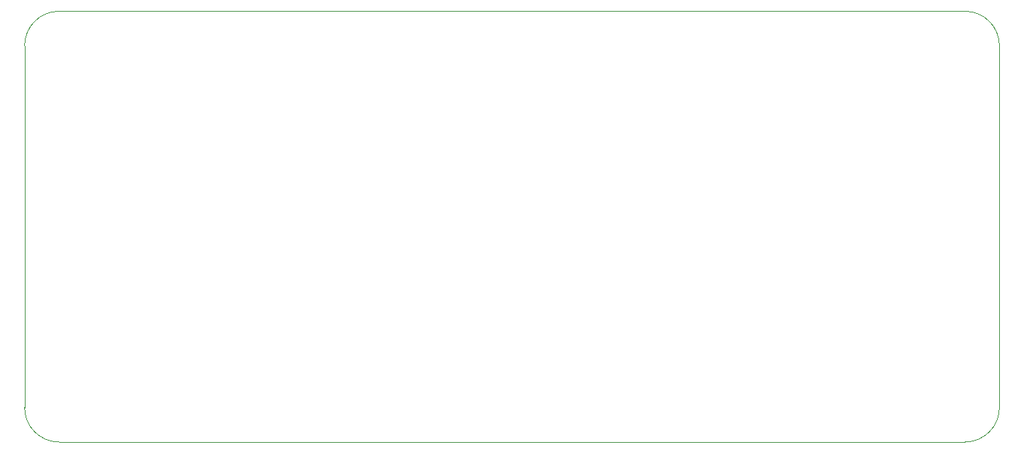
<source format=gbr>
%TF.GenerationSoftware,KiCad,Pcbnew,9.0.1*%
%TF.CreationDate,2025-04-07T11:22:38-03:00*%
%TF.ProjectId,Proyecto integrador 1.1,50726f79-6563-4746-9f20-696e74656772,rev?*%
%TF.SameCoordinates,Original*%
%TF.FileFunction,Profile,NP*%
%FSLAX46Y46*%
G04 Gerber Fmt 4.6, Leading zero omitted, Abs format (unit mm)*
G04 Created by KiCad (PCBNEW 9.0.1) date 2025-04-07 11:22:38*
%MOMM*%
%LPD*%
G01*
G04 APERTURE LIST*
%TA.AperFunction,Profile*%
%ADD10C,0.050000*%
%TD*%
G04 APERTURE END LIST*
D10*
X204000000Y-111000000D02*
G75*
G02*
X200000000Y-115000000I-4000000J0D01*
G01*
X95000000Y-115000000D02*
G75*
G02*
X91000000Y-111000000I0J4000000D01*
G01*
X91000000Y-111000000D02*
X91000000Y-69000000D01*
X204000000Y-111000000D02*
X204000000Y-69000000D01*
X91000000Y-69000000D02*
G75*
G02*
X95000000Y-65000000I4000000J0D01*
G01*
X95000000Y-65000000D02*
X200000000Y-65000000D01*
X200000000Y-115000000D02*
X95000000Y-115000000D01*
X200000000Y-65000000D02*
G75*
G02*
X204000000Y-69000000I0J-4000000D01*
G01*
M02*

</source>
